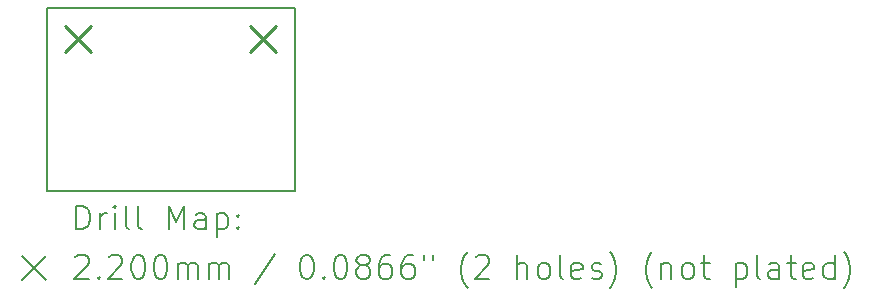
<source format=gbr>
%TF.GenerationSoftware,KiCad,Pcbnew,9.0.4*%
%TF.CreationDate,2025-11-17T08:26:55+00:00*%
%TF.ProjectId,MRF-Pro-v7-breakout-33,4d52462d-5072-46f2-9d76-372d62726561,rev?*%
%TF.SameCoordinates,Original*%
%TF.FileFunction,Drillmap*%
%TF.FilePolarity,Positive*%
%FSLAX45Y45*%
G04 Gerber Fmt 4.5, Leading zero omitted, Abs format (unit mm)*
G04 Created by KiCad (PCBNEW 9.0.4) date 2025-11-17 08:26:55*
%MOMM*%
%LPD*%
G01*
G04 APERTURE LIST*
%ADD10C,0.200000*%
%ADD11C,0.220000*%
G04 APERTURE END LIST*
D10*
X11732260Y-12288520D02*
X13832840Y-12288520D01*
X13832840Y-13835380D01*
X11732260Y-13835380D01*
X11732260Y-12288520D01*
D11*
X11886420Y-12437600D02*
X12106420Y-12657600D01*
X12106420Y-12437600D02*
X11886420Y-12657600D01*
X13456140Y-12437600D02*
X13676140Y-12657600D01*
X13676140Y-12437600D02*
X13456140Y-12657600D01*
D10*
X11983037Y-14156864D02*
X11983037Y-13956864D01*
X11983037Y-13956864D02*
X12030656Y-13956864D01*
X12030656Y-13956864D02*
X12059227Y-13966388D01*
X12059227Y-13966388D02*
X12078275Y-13985435D01*
X12078275Y-13985435D02*
X12087799Y-14004483D01*
X12087799Y-14004483D02*
X12097322Y-14042578D01*
X12097322Y-14042578D02*
X12097322Y-14071149D01*
X12097322Y-14071149D02*
X12087799Y-14109245D01*
X12087799Y-14109245D02*
X12078275Y-14128292D01*
X12078275Y-14128292D02*
X12059227Y-14147340D01*
X12059227Y-14147340D02*
X12030656Y-14156864D01*
X12030656Y-14156864D02*
X11983037Y-14156864D01*
X12183037Y-14156864D02*
X12183037Y-14023530D01*
X12183037Y-14061626D02*
X12192561Y-14042578D01*
X12192561Y-14042578D02*
X12202084Y-14033054D01*
X12202084Y-14033054D02*
X12221132Y-14023530D01*
X12221132Y-14023530D02*
X12240180Y-14023530D01*
X12306846Y-14156864D02*
X12306846Y-14023530D01*
X12306846Y-13956864D02*
X12297322Y-13966388D01*
X12297322Y-13966388D02*
X12306846Y-13975911D01*
X12306846Y-13975911D02*
X12316370Y-13966388D01*
X12316370Y-13966388D02*
X12306846Y-13956864D01*
X12306846Y-13956864D02*
X12306846Y-13975911D01*
X12430656Y-14156864D02*
X12411608Y-14147340D01*
X12411608Y-14147340D02*
X12402084Y-14128292D01*
X12402084Y-14128292D02*
X12402084Y-13956864D01*
X12535418Y-14156864D02*
X12516370Y-14147340D01*
X12516370Y-14147340D02*
X12506846Y-14128292D01*
X12506846Y-14128292D02*
X12506846Y-13956864D01*
X12763989Y-14156864D02*
X12763989Y-13956864D01*
X12763989Y-13956864D02*
X12830656Y-14099721D01*
X12830656Y-14099721D02*
X12897322Y-13956864D01*
X12897322Y-13956864D02*
X12897322Y-14156864D01*
X13078275Y-14156864D02*
X13078275Y-14052102D01*
X13078275Y-14052102D02*
X13068751Y-14033054D01*
X13068751Y-14033054D02*
X13049703Y-14023530D01*
X13049703Y-14023530D02*
X13011608Y-14023530D01*
X13011608Y-14023530D02*
X12992561Y-14033054D01*
X13078275Y-14147340D02*
X13059227Y-14156864D01*
X13059227Y-14156864D02*
X13011608Y-14156864D01*
X13011608Y-14156864D02*
X12992561Y-14147340D01*
X12992561Y-14147340D02*
X12983037Y-14128292D01*
X12983037Y-14128292D02*
X12983037Y-14109245D01*
X12983037Y-14109245D02*
X12992561Y-14090197D01*
X12992561Y-14090197D02*
X13011608Y-14080673D01*
X13011608Y-14080673D02*
X13059227Y-14080673D01*
X13059227Y-14080673D02*
X13078275Y-14071149D01*
X13173513Y-14023530D02*
X13173513Y-14223530D01*
X13173513Y-14033054D02*
X13192561Y-14023530D01*
X13192561Y-14023530D02*
X13230656Y-14023530D01*
X13230656Y-14023530D02*
X13249703Y-14033054D01*
X13249703Y-14033054D02*
X13259227Y-14042578D01*
X13259227Y-14042578D02*
X13268751Y-14061626D01*
X13268751Y-14061626D02*
X13268751Y-14118768D01*
X13268751Y-14118768D02*
X13259227Y-14137816D01*
X13259227Y-14137816D02*
X13249703Y-14147340D01*
X13249703Y-14147340D02*
X13230656Y-14156864D01*
X13230656Y-14156864D02*
X13192561Y-14156864D01*
X13192561Y-14156864D02*
X13173513Y-14147340D01*
X13354465Y-14137816D02*
X13363989Y-14147340D01*
X13363989Y-14147340D02*
X13354465Y-14156864D01*
X13354465Y-14156864D02*
X13344942Y-14147340D01*
X13344942Y-14147340D02*
X13354465Y-14137816D01*
X13354465Y-14137816D02*
X13354465Y-14156864D01*
X13354465Y-14033054D02*
X13363989Y-14042578D01*
X13363989Y-14042578D02*
X13354465Y-14052102D01*
X13354465Y-14052102D02*
X13344942Y-14042578D01*
X13344942Y-14042578D02*
X13354465Y-14033054D01*
X13354465Y-14033054D02*
X13354465Y-14052102D01*
X11522260Y-14385380D02*
X11722260Y-14585380D01*
X11722260Y-14385380D02*
X11522260Y-14585380D01*
X11973513Y-14395911D02*
X11983037Y-14386388D01*
X11983037Y-14386388D02*
X12002084Y-14376864D01*
X12002084Y-14376864D02*
X12049703Y-14376864D01*
X12049703Y-14376864D02*
X12068751Y-14386388D01*
X12068751Y-14386388D02*
X12078275Y-14395911D01*
X12078275Y-14395911D02*
X12087799Y-14414959D01*
X12087799Y-14414959D02*
X12087799Y-14434007D01*
X12087799Y-14434007D02*
X12078275Y-14462578D01*
X12078275Y-14462578D02*
X11963989Y-14576864D01*
X11963989Y-14576864D02*
X12087799Y-14576864D01*
X12173513Y-14557816D02*
X12183037Y-14567340D01*
X12183037Y-14567340D02*
X12173513Y-14576864D01*
X12173513Y-14576864D02*
X12163989Y-14567340D01*
X12163989Y-14567340D02*
X12173513Y-14557816D01*
X12173513Y-14557816D02*
X12173513Y-14576864D01*
X12259227Y-14395911D02*
X12268751Y-14386388D01*
X12268751Y-14386388D02*
X12287799Y-14376864D01*
X12287799Y-14376864D02*
X12335418Y-14376864D01*
X12335418Y-14376864D02*
X12354465Y-14386388D01*
X12354465Y-14386388D02*
X12363989Y-14395911D01*
X12363989Y-14395911D02*
X12373513Y-14414959D01*
X12373513Y-14414959D02*
X12373513Y-14434007D01*
X12373513Y-14434007D02*
X12363989Y-14462578D01*
X12363989Y-14462578D02*
X12249703Y-14576864D01*
X12249703Y-14576864D02*
X12373513Y-14576864D01*
X12497322Y-14376864D02*
X12516370Y-14376864D01*
X12516370Y-14376864D02*
X12535418Y-14386388D01*
X12535418Y-14386388D02*
X12544942Y-14395911D01*
X12544942Y-14395911D02*
X12554465Y-14414959D01*
X12554465Y-14414959D02*
X12563989Y-14453054D01*
X12563989Y-14453054D02*
X12563989Y-14500673D01*
X12563989Y-14500673D02*
X12554465Y-14538768D01*
X12554465Y-14538768D02*
X12544942Y-14557816D01*
X12544942Y-14557816D02*
X12535418Y-14567340D01*
X12535418Y-14567340D02*
X12516370Y-14576864D01*
X12516370Y-14576864D02*
X12497322Y-14576864D01*
X12497322Y-14576864D02*
X12478275Y-14567340D01*
X12478275Y-14567340D02*
X12468751Y-14557816D01*
X12468751Y-14557816D02*
X12459227Y-14538768D01*
X12459227Y-14538768D02*
X12449703Y-14500673D01*
X12449703Y-14500673D02*
X12449703Y-14453054D01*
X12449703Y-14453054D02*
X12459227Y-14414959D01*
X12459227Y-14414959D02*
X12468751Y-14395911D01*
X12468751Y-14395911D02*
X12478275Y-14386388D01*
X12478275Y-14386388D02*
X12497322Y-14376864D01*
X12687799Y-14376864D02*
X12706846Y-14376864D01*
X12706846Y-14376864D02*
X12725894Y-14386388D01*
X12725894Y-14386388D02*
X12735418Y-14395911D01*
X12735418Y-14395911D02*
X12744942Y-14414959D01*
X12744942Y-14414959D02*
X12754465Y-14453054D01*
X12754465Y-14453054D02*
X12754465Y-14500673D01*
X12754465Y-14500673D02*
X12744942Y-14538768D01*
X12744942Y-14538768D02*
X12735418Y-14557816D01*
X12735418Y-14557816D02*
X12725894Y-14567340D01*
X12725894Y-14567340D02*
X12706846Y-14576864D01*
X12706846Y-14576864D02*
X12687799Y-14576864D01*
X12687799Y-14576864D02*
X12668751Y-14567340D01*
X12668751Y-14567340D02*
X12659227Y-14557816D01*
X12659227Y-14557816D02*
X12649703Y-14538768D01*
X12649703Y-14538768D02*
X12640180Y-14500673D01*
X12640180Y-14500673D02*
X12640180Y-14453054D01*
X12640180Y-14453054D02*
X12649703Y-14414959D01*
X12649703Y-14414959D02*
X12659227Y-14395911D01*
X12659227Y-14395911D02*
X12668751Y-14386388D01*
X12668751Y-14386388D02*
X12687799Y-14376864D01*
X12840180Y-14576864D02*
X12840180Y-14443530D01*
X12840180Y-14462578D02*
X12849703Y-14453054D01*
X12849703Y-14453054D02*
X12868751Y-14443530D01*
X12868751Y-14443530D02*
X12897323Y-14443530D01*
X12897323Y-14443530D02*
X12916370Y-14453054D01*
X12916370Y-14453054D02*
X12925894Y-14472102D01*
X12925894Y-14472102D02*
X12925894Y-14576864D01*
X12925894Y-14472102D02*
X12935418Y-14453054D01*
X12935418Y-14453054D02*
X12954465Y-14443530D01*
X12954465Y-14443530D02*
X12983037Y-14443530D01*
X12983037Y-14443530D02*
X13002084Y-14453054D01*
X13002084Y-14453054D02*
X13011608Y-14472102D01*
X13011608Y-14472102D02*
X13011608Y-14576864D01*
X13106846Y-14576864D02*
X13106846Y-14443530D01*
X13106846Y-14462578D02*
X13116370Y-14453054D01*
X13116370Y-14453054D02*
X13135418Y-14443530D01*
X13135418Y-14443530D02*
X13163989Y-14443530D01*
X13163989Y-14443530D02*
X13183037Y-14453054D01*
X13183037Y-14453054D02*
X13192561Y-14472102D01*
X13192561Y-14472102D02*
X13192561Y-14576864D01*
X13192561Y-14472102D02*
X13202084Y-14453054D01*
X13202084Y-14453054D02*
X13221132Y-14443530D01*
X13221132Y-14443530D02*
X13249703Y-14443530D01*
X13249703Y-14443530D02*
X13268751Y-14453054D01*
X13268751Y-14453054D02*
X13278275Y-14472102D01*
X13278275Y-14472102D02*
X13278275Y-14576864D01*
X13668751Y-14367340D02*
X13497323Y-14624483D01*
X13925894Y-14376864D02*
X13944942Y-14376864D01*
X13944942Y-14376864D02*
X13963989Y-14386388D01*
X13963989Y-14386388D02*
X13973513Y-14395911D01*
X13973513Y-14395911D02*
X13983037Y-14414959D01*
X13983037Y-14414959D02*
X13992561Y-14453054D01*
X13992561Y-14453054D02*
X13992561Y-14500673D01*
X13992561Y-14500673D02*
X13983037Y-14538768D01*
X13983037Y-14538768D02*
X13973513Y-14557816D01*
X13973513Y-14557816D02*
X13963989Y-14567340D01*
X13963989Y-14567340D02*
X13944942Y-14576864D01*
X13944942Y-14576864D02*
X13925894Y-14576864D01*
X13925894Y-14576864D02*
X13906846Y-14567340D01*
X13906846Y-14567340D02*
X13897323Y-14557816D01*
X13897323Y-14557816D02*
X13887799Y-14538768D01*
X13887799Y-14538768D02*
X13878275Y-14500673D01*
X13878275Y-14500673D02*
X13878275Y-14453054D01*
X13878275Y-14453054D02*
X13887799Y-14414959D01*
X13887799Y-14414959D02*
X13897323Y-14395911D01*
X13897323Y-14395911D02*
X13906846Y-14386388D01*
X13906846Y-14386388D02*
X13925894Y-14376864D01*
X14078275Y-14557816D02*
X14087799Y-14567340D01*
X14087799Y-14567340D02*
X14078275Y-14576864D01*
X14078275Y-14576864D02*
X14068751Y-14567340D01*
X14068751Y-14567340D02*
X14078275Y-14557816D01*
X14078275Y-14557816D02*
X14078275Y-14576864D01*
X14211608Y-14376864D02*
X14230656Y-14376864D01*
X14230656Y-14376864D02*
X14249704Y-14386388D01*
X14249704Y-14386388D02*
X14259227Y-14395911D01*
X14259227Y-14395911D02*
X14268751Y-14414959D01*
X14268751Y-14414959D02*
X14278275Y-14453054D01*
X14278275Y-14453054D02*
X14278275Y-14500673D01*
X14278275Y-14500673D02*
X14268751Y-14538768D01*
X14268751Y-14538768D02*
X14259227Y-14557816D01*
X14259227Y-14557816D02*
X14249704Y-14567340D01*
X14249704Y-14567340D02*
X14230656Y-14576864D01*
X14230656Y-14576864D02*
X14211608Y-14576864D01*
X14211608Y-14576864D02*
X14192561Y-14567340D01*
X14192561Y-14567340D02*
X14183037Y-14557816D01*
X14183037Y-14557816D02*
X14173513Y-14538768D01*
X14173513Y-14538768D02*
X14163989Y-14500673D01*
X14163989Y-14500673D02*
X14163989Y-14453054D01*
X14163989Y-14453054D02*
X14173513Y-14414959D01*
X14173513Y-14414959D02*
X14183037Y-14395911D01*
X14183037Y-14395911D02*
X14192561Y-14386388D01*
X14192561Y-14386388D02*
X14211608Y-14376864D01*
X14392561Y-14462578D02*
X14373513Y-14453054D01*
X14373513Y-14453054D02*
X14363989Y-14443530D01*
X14363989Y-14443530D02*
X14354466Y-14424483D01*
X14354466Y-14424483D02*
X14354466Y-14414959D01*
X14354466Y-14414959D02*
X14363989Y-14395911D01*
X14363989Y-14395911D02*
X14373513Y-14386388D01*
X14373513Y-14386388D02*
X14392561Y-14376864D01*
X14392561Y-14376864D02*
X14430656Y-14376864D01*
X14430656Y-14376864D02*
X14449704Y-14386388D01*
X14449704Y-14386388D02*
X14459227Y-14395911D01*
X14459227Y-14395911D02*
X14468751Y-14414959D01*
X14468751Y-14414959D02*
X14468751Y-14424483D01*
X14468751Y-14424483D02*
X14459227Y-14443530D01*
X14459227Y-14443530D02*
X14449704Y-14453054D01*
X14449704Y-14453054D02*
X14430656Y-14462578D01*
X14430656Y-14462578D02*
X14392561Y-14462578D01*
X14392561Y-14462578D02*
X14373513Y-14472102D01*
X14373513Y-14472102D02*
X14363989Y-14481626D01*
X14363989Y-14481626D02*
X14354466Y-14500673D01*
X14354466Y-14500673D02*
X14354466Y-14538768D01*
X14354466Y-14538768D02*
X14363989Y-14557816D01*
X14363989Y-14557816D02*
X14373513Y-14567340D01*
X14373513Y-14567340D02*
X14392561Y-14576864D01*
X14392561Y-14576864D02*
X14430656Y-14576864D01*
X14430656Y-14576864D02*
X14449704Y-14567340D01*
X14449704Y-14567340D02*
X14459227Y-14557816D01*
X14459227Y-14557816D02*
X14468751Y-14538768D01*
X14468751Y-14538768D02*
X14468751Y-14500673D01*
X14468751Y-14500673D02*
X14459227Y-14481626D01*
X14459227Y-14481626D02*
X14449704Y-14472102D01*
X14449704Y-14472102D02*
X14430656Y-14462578D01*
X14640180Y-14376864D02*
X14602085Y-14376864D01*
X14602085Y-14376864D02*
X14583037Y-14386388D01*
X14583037Y-14386388D02*
X14573513Y-14395911D01*
X14573513Y-14395911D02*
X14554466Y-14424483D01*
X14554466Y-14424483D02*
X14544942Y-14462578D01*
X14544942Y-14462578D02*
X14544942Y-14538768D01*
X14544942Y-14538768D02*
X14554466Y-14557816D01*
X14554466Y-14557816D02*
X14563989Y-14567340D01*
X14563989Y-14567340D02*
X14583037Y-14576864D01*
X14583037Y-14576864D02*
X14621132Y-14576864D01*
X14621132Y-14576864D02*
X14640180Y-14567340D01*
X14640180Y-14567340D02*
X14649704Y-14557816D01*
X14649704Y-14557816D02*
X14659227Y-14538768D01*
X14659227Y-14538768D02*
X14659227Y-14491149D01*
X14659227Y-14491149D02*
X14649704Y-14472102D01*
X14649704Y-14472102D02*
X14640180Y-14462578D01*
X14640180Y-14462578D02*
X14621132Y-14453054D01*
X14621132Y-14453054D02*
X14583037Y-14453054D01*
X14583037Y-14453054D02*
X14563989Y-14462578D01*
X14563989Y-14462578D02*
X14554466Y-14472102D01*
X14554466Y-14472102D02*
X14544942Y-14491149D01*
X14830656Y-14376864D02*
X14792561Y-14376864D01*
X14792561Y-14376864D02*
X14773513Y-14386388D01*
X14773513Y-14386388D02*
X14763989Y-14395911D01*
X14763989Y-14395911D02*
X14744942Y-14424483D01*
X14744942Y-14424483D02*
X14735418Y-14462578D01*
X14735418Y-14462578D02*
X14735418Y-14538768D01*
X14735418Y-14538768D02*
X14744942Y-14557816D01*
X14744942Y-14557816D02*
X14754466Y-14567340D01*
X14754466Y-14567340D02*
X14773513Y-14576864D01*
X14773513Y-14576864D02*
X14811608Y-14576864D01*
X14811608Y-14576864D02*
X14830656Y-14567340D01*
X14830656Y-14567340D02*
X14840180Y-14557816D01*
X14840180Y-14557816D02*
X14849704Y-14538768D01*
X14849704Y-14538768D02*
X14849704Y-14491149D01*
X14849704Y-14491149D02*
X14840180Y-14472102D01*
X14840180Y-14472102D02*
X14830656Y-14462578D01*
X14830656Y-14462578D02*
X14811608Y-14453054D01*
X14811608Y-14453054D02*
X14773513Y-14453054D01*
X14773513Y-14453054D02*
X14754466Y-14462578D01*
X14754466Y-14462578D02*
X14744942Y-14472102D01*
X14744942Y-14472102D02*
X14735418Y-14491149D01*
X14925894Y-14376864D02*
X14925894Y-14414959D01*
X15002085Y-14376864D02*
X15002085Y-14414959D01*
X15297323Y-14653054D02*
X15287799Y-14643530D01*
X15287799Y-14643530D02*
X15268751Y-14614959D01*
X15268751Y-14614959D02*
X15259228Y-14595911D01*
X15259228Y-14595911D02*
X15249704Y-14567340D01*
X15249704Y-14567340D02*
X15240180Y-14519721D01*
X15240180Y-14519721D02*
X15240180Y-14481626D01*
X15240180Y-14481626D02*
X15249704Y-14434007D01*
X15249704Y-14434007D02*
X15259228Y-14405435D01*
X15259228Y-14405435D02*
X15268751Y-14386388D01*
X15268751Y-14386388D02*
X15287799Y-14357816D01*
X15287799Y-14357816D02*
X15297323Y-14348292D01*
X15363989Y-14395911D02*
X15373513Y-14386388D01*
X15373513Y-14386388D02*
X15392561Y-14376864D01*
X15392561Y-14376864D02*
X15440180Y-14376864D01*
X15440180Y-14376864D02*
X15459228Y-14386388D01*
X15459228Y-14386388D02*
X15468751Y-14395911D01*
X15468751Y-14395911D02*
X15478275Y-14414959D01*
X15478275Y-14414959D02*
X15478275Y-14434007D01*
X15478275Y-14434007D02*
X15468751Y-14462578D01*
X15468751Y-14462578D02*
X15354466Y-14576864D01*
X15354466Y-14576864D02*
X15478275Y-14576864D01*
X15716370Y-14576864D02*
X15716370Y-14376864D01*
X15802085Y-14576864D02*
X15802085Y-14472102D01*
X15802085Y-14472102D02*
X15792561Y-14453054D01*
X15792561Y-14453054D02*
X15773513Y-14443530D01*
X15773513Y-14443530D02*
X15744942Y-14443530D01*
X15744942Y-14443530D02*
X15725894Y-14453054D01*
X15725894Y-14453054D02*
X15716370Y-14462578D01*
X15925894Y-14576864D02*
X15906847Y-14567340D01*
X15906847Y-14567340D02*
X15897323Y-14557816D01*
X15897323Y-14557816D02*
X15887799Y-14538768D01*
X15887799Y-14538768D02*
X15887799Y-14481626D01*
X15887799Y-14481626D02*
X15897323Y-14462578D01*
X15897323Y-14462578D02*
X15906847Y-14453054D01*
X15906847Y-14453054D02*
X15925894Y-14443530D01*
X15925894Y-14443530D02*
X15954466Y-14443530D01*
X15954466Y-14443530D02*
X15973513Y-14453054D01*
X15973513Y-14453054D02*
X15983037Y-14462578D01*
X15983037Y-14462578D02*
X15992561Y-14481626D01*
X15992561Y-14481626D02*
X15992561Y-14538768D01*
X15992561Y-14538768D02*
X15983037Y-14557816D01*
X15983037Y-14557816D02*
X15973513Y-14567340D01*
X15973513Y-14567340D02*
X15954466Y-14576864D01*
X15954466Y-14576864D02*
X15925894Y-14576864D01*
X16106847Y-14576864D02*
X16087799Y-14567340D01*
X16087799Y-14567340D02*
X16078275Y-14548292D01*
X16078275Y-14548292D02*
X16078275Y-14376864D01*
X16259228Y-14567340D02*
X16240180Y-14576864D01*
X16240180Y-14576864D02*
X16202085Y-14576864D01*
X16202085Y-14576864D02*
X16183037Y-14567340D01*
X16183037Y-14567340D02*
X16173513Y-14548292D01*
X16173513Y-14548292D02*
X16173513Y-14472102D01*
X16173513Y-14472102D02*
X16183037Y-14453054D01*
X16183037Y-14453054D02*
X16202085Y-14443530D01*
X16202085Y-14443530D02*
X16240180Y-14443530D01*
X16240180Y-14443530D02*
X16259228Y-14453054D01*
X16259228Y-14453054D02*
X16268751Y-14472102D01*
X16268751Y-14472102D02*
X16268751Y-14491149D01*
X16268751Y-14491149D02*
X16173513Y-14510197D01*
X16344942Y-14567340D02*
X16363990Y-14576864D01*
X16363990Y-14576864D02*
X16402085Y-14576864D01*
X16402085Y-14576864D02*
X16421132Y-14567340D01*
X16421132Y-14567340D02*
X16430656Y-14548292D01*
X16430656Y-14548292D02*
X16430656Y-14538768D01*
X16430656Y-14538768D02*
X16421132Y-14519721D01*
X16421132Y-14519721D02*
X16402085Y-14510197D01*
X16402085Y-14510197D02*
X16373513Y-14510197D01*
X16373513Y-14510197D02*
X16354466Y-14500673D01*
X16354466Y-14500673D02*
X16344942Y-14481626D01*
X16344942Y-14481626D02*
X16344942Y-14472102D01*
X16344942Y-14472102D02*
X16354466Y-14453054D01*
X16354466Y-14453054D02*
X16373513Y-14443530D01*
X16373513Y-14443530D02*
X16402085Y-14443530D01*
X16402085Y-14443530D02*
X16421132Y-14453054D01*
X16497323Y-14653054D02*
X16506847Y-14643530D01*
X16506847Y-14643530D02*
X16525894Y-14614959D01*
X16525894Y-14614959D02*
X16535418Y-14595911D01*
X16535418Y-14595911D02*
X16544942Y-14567340D01*
X16544942Y-14567340D02*
X16554466Y-14519721D01*
X16554466Y-14519721D02*
X16554466Y-14481626D01*
X16554466Y-14481626D02*
X16544942Y-14434007D01*
X16544942Y-14434007D02*
X16535418Y-14405435D01*
X16535418Y-14405435D02*
X16525894Y-14386388D01*
X16525894Y-14386388D02*
X16506847Y-14357816D01*
X16506847Y-14357816D02*
X16497323Y-14348292D01*
X16859228Y-14653054D02*
X16849704Y-14643530D01*
X16849704Y-14643530D02*
X16830656Y-14614959D01*
X16830656Y-14614959D02*
X16821133Y-14595911D01*
X16821133Y-14595911D02*
X16811609Y-14567340D01*
X16811609Y-14567340D02*
X16802085Y-14519721D01*
X16802085Y-14519721D02*
X16802085Y-14481626D01*
X16802085Y-14481626D02*
X16811609Y-14434007D01*
X16811609Y-14434007D02*
X16821133Y-14405435D01*
X16821133Y-14405435D02*
X16830656Y-14386388D01*
X16830656Y-14386388D02*
X16849704Y-14357816D01*
X16849704Y-14357816D02*
X16859228Y-14348292D01*
X16935418Y-14443530D02*
X16935418Y-14576864D01*
X16935418Y-14462578D02*
X16944942Y-14453054D01*
X16944942Y-14453054D02*
X16963990Y-14443530D01*
X16963990Y-14443530D02*
X16992561Y-14443530D01*
X16992561Y-14443530D02*
X17011609Y-14453054D01*
X17011609Y-14453054D02*
X17021133Y-14472102D01*
X17021133Y-14472102D02*
X17021133Y-14576864D01*
X17144942Y-14576864D02*
X17125894Y-14567340D01*
X17125894Y-14567340D02*
X17116371Y-14557816D01*
X17116371Y-14557816D02*
X17106847Y-14538768D01*
X17106847Y-14538768D02*
X17106847Y-14481626D01*
X17106847Y-14481626D02*
X17116371Y-14462578D01*
X17116371Y-14462578D02*
X17125894Y-14453054D01*
X17125894Y-14453054D02*
X17144942Y-14443530D01*
X17144942Y-14443530D02*
X17173514Y-14443530D01*
X17173514Y-14443530D02*
X17192561Y-14453054D01*
X17192561Y-14453054D02*
X17202085Y-14462578D01*
X17202085Y-14462578D02*
X17211609Y-14481626D01*
X17211609Y-14481626D02*
X17211609Y-14538768D01*
X17211609Y-14538768D02*
X17202085Y-14557816D01*
X17202085Y-14557816D02*
X17192561Y-14567340D01*
X17192561Y-14567340D02*
X17173514Y-14576864D01*
X17173514Y-14576864D02*
X17144942Y-14576864D01*
X17268752Y-14443530D02*
X17344942Y-14443530D01*
X17297323Y-14376864D02*
X17297323Y-14548292D01*
X17297323Y-14548292D02*
X17306847Y-14567340D01*
X17306847Y-14567340D02*
X17325894Y-14576864D01*
X17325894Y-14576864D02*
X17344942Y-14576864D01*
X17563990Y-14443530D02*
X17563990Y-14643530D01*
X17563990Y-14453054D02*
X17583037Y-14443530D01*
X17583037Y-14443530D02*
X17621133Y-14443530D01*
X17621133Y-14443530D02*
X17640180Y-14453054D01*
X17640180Y-14453054D02*
X17649704Y-14462578D01*
X17649704Y-14462578D02*
X17659228Y-14481626D01*
X17659228Y-14481626D02*
X17659228Y-14538768D01*
X17659228Y-14538768D02*
X17649704Y-14557816D01*
X17649704Y-14557816D02*
X17640180Y-14567340D01*
X17640180Y-14567340D02*
X17621133Y-14576864D01*
X17621133Y-14576864D02*
X17583037Y-14576864D01*
X17583037Y-14576864D02*
X17563990Y-14567340D01*
X17773514Y-14576864D02*
X17754466Y-14567340D01*
X17754466Y-14567340D02*
X17744942Y-14548292D01*
X17744942Y-14548292D02*
X17744942Y-14376864D01*
X17935418Y-14576864D02*
X17935418Y-14472102D01*
X17935418Y-14472102D02*
X17925895Y-14453054D01*
X17925895Y-14453054D02*
X17906847Y-14443530D01*
X17906847Y-14443530D02*
X17868752Y-14443530D01*
X17868752Y-14443530D02*
X17849704Y-14453054D01*
X17935418Y-14567340D02*
X17916371Y-14576864D01*
X17916371Y-14576864D02*
X17868752Y-14576864D01*
X17868752Y-14576864D02*
X17849704Y-14567340D01*
X17849704Y-14567340D02*
X17840180Y-14548292D01*
X17840180Y-14548292D02*
X17840180Y-14529245D01*
X17840180Y-14529245D02*
X17849704Y-14510197D01*
X17849704Y-14510197D02*
X17868752Y-14500673D01*
X17868752Y-14500673D02*
X17916371Y-14500673D01*
X17916371Y-14500673D02*
X17935418Y-14491149D01*
X18002085Y-14443530D02*
X18078275Y-14443530D01*
X18030656Y-14376864D02*
X18030656Y-14548292D01*
X18030656Y-14548292D02*
X18040180Y-14567340D01*
X18040180Y-14567340D02*
X18059228Y-14576864D01*
X18059228Y-14576864D02*
X18078275Y-14576864D01*
X18221133Y-14567340D02*
X18202085Y-14576864D01*
X18202085Y-14576864D02*
X18163990Y-14576864D01*
X18163990Y-14576864D02*
X18144942Y-14567340D01*
X18144942Y-14567340D02*
X18135418Y-14548292D01*
X18135418Y-14548292D02*
X18135418Y-14472102D01*
X18135418Y-14472102D02*
X18144942Y-14453054D01*
X18144942Y-14453054D02*
X18163990Y-14443530D01*
X18163990Y-14443530D02*
X18202085Y-14443530D01*
X18202085Y-14443530D02*
X18221133Y-14453054D01*
X18221133Y-14453054D02*
X18230656Y-14472102D01*
X18230656Y-14472102D02*
X18230656Y-14491149D01*
X18230656Y-14491149D02*
X18135418Y-14510197D01*
X18402085Y-14576864D02*
X18402085Y-14376864D01*
X18402085Y-14567340D02*
X18383037Y-14576864D01*
X18383037Y-14576864D02*
X18344942Y-14576864D01*
X18344942Y-14576864D02*
X18325895Y-14567340D01*
X18325895Y-14567340D02*
X18316371Y-14557816D01*
X18316371Y-14557816D02*
X18306847Y-14538768D01*
X18306847Y-14538768D02*
X18306847Y-14481626D01*
X18306847Y-14481626D02*
X18316371Y-14462578D01*
X18316371Y-14462578D02*
X18325895Y-14453054D01*
X18325895Y-14453054D02*
X18344942Y-14443530D01*
X18344942Y-14443530D02*
X18383037Y-14443530D01*
X18383037Y-14443530D02*
X18402085Y-14453054D01*
X18478276Y-14653054D02*
X18487799Y-14643530D01*
X18487799Y-14643530D02*
X18506847Y-14614959D01*
X18506847Y-14614959D02*
X18516371Y-14595911D01*
X18516371Y-14595911D02*
X18525895Y-14567340D01*
X18525895Y-14567340D02*
X18535418Y-14519721D01*
X18535418Y-14519721D02*
X18535418Y-14481626D01*
X18535418Y-14481626D02*
X18525895Y-14434007D01*
X18525895Y-14434007D02*
X18516371Y-14405435D01*
X18516371Y-14405435D02*
X18506847Y-14386388D01*
X18506847Y-14386388D02*
X18487799Y-14357816D01*
X18487799Y-14357816D02*
X18478276Y-14348292D01*
M02*

</source>
